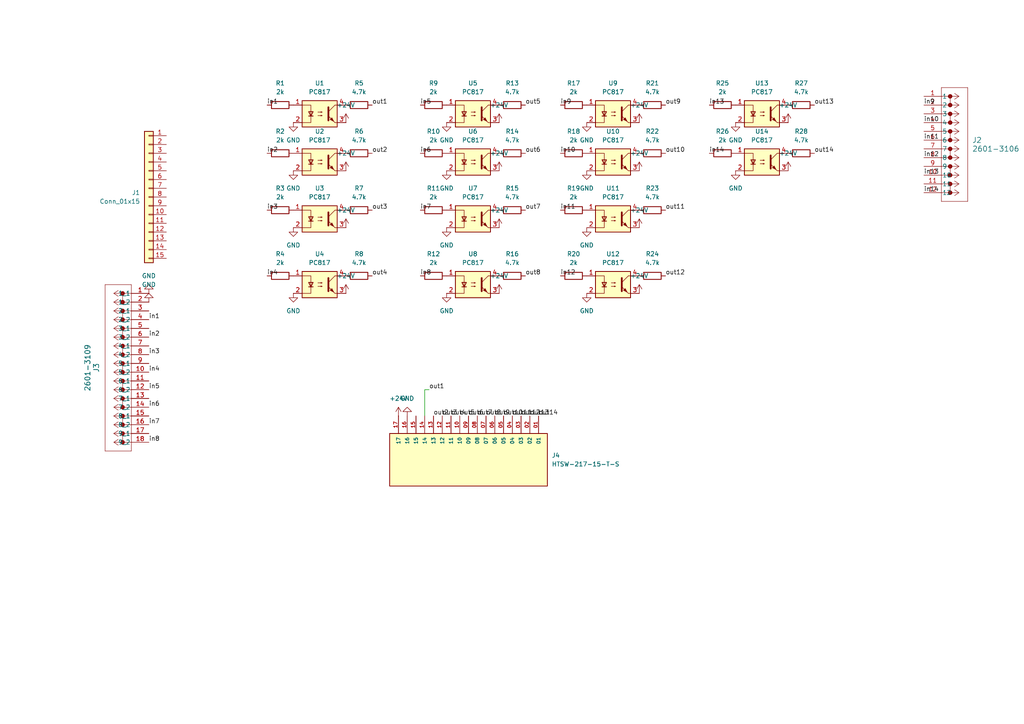
<source format=kicad_sch>
(kicad_sch (version 20231120) (generator "eeschema") (generator_version "8.0")
  (paper "A4")
  (lib_symbols
    (symbol "3106:2601-3106" (pin_names (offset 0.254))
      (property "Reference" "J" (at 8.89 6.35 0))
      (property "Value" "2601-3106" (at 0 0 0))
      (symbol "2601-3106_1_1"
        (pin unspecified line (at 0 0 0) (length 5.08) (name "1") (number "1"))
        (pin unspecified line (at 0 -22.86 0) (length 5.08) (name "10") (number "10"))
        (pin unspecified line (at 0 -25.4 0) (length 5.08) (name "11") (number "11"))
        (pin unspecified line (at 0 -27.94 0) (length 5.08) (name "12") (number "12"))
        (pin unspecified line (at 0 -2.54 0) (length 5.08) (name "2") (number "2"))
        (pin unspecified line (at 0 -5.08 0) (length 5.08) (name "3") (number "3"))
        (pin unspecified line (at 0 -7.62 0) (length 5.08) (name "4") (number "4"))
        (pin unspecified line (at 0 -10.16 0) (length 5.08) (name "5") (number "5"))
        (pin unspecified line (at 0 -12.7 0) (length 5.08) (name "6") (number "6"))
        (pin unspecified line (at 0 -15.24 0) (length 5.08) (name "7") (number "7"))
        (pin unspecified line (at 0 -17.78 0) (length 5.08) (name "8") (number "8"))
        (pin unspecified line (at 0 -20.32 0) (length 5.08) (name "9") (number "9"))
      )
      (symbol "2601-3106_1_2"
        (pin unspecified line (at 0 0 0) (length 5.08) (name "1") (number "1"))
        (pin unspecified line (at 0 -22.86 0) (length 5.08) (name "10") (number "10"))
        (pin unspecified line (at 0 -25.4 0) (length 5.08) (name "11") (number "11"))
        (pin unspecified line (at 0 -27.94 0) (length 5.08) (name "12") (number "12"))
        (pin unspecified line (at 0 -2.54 0) (length 5.08) (name "2") (number "2"))
        (pin unspecified line (at 0 -5.08 0) (length 5.08) (name "3") (number "3"))
        (pin unspecified line (at 0 -7.62 0) (length 5.08) (name "4") (number "4"))
        (pin unspecified line (at 0 -10.16 0) (length 5.08) (name "5") (number "5"))
        (pin unspecified line (at 0 -12.7 0) (length 5.08) (name "6") (number "6"))
        (pin unspecified line (at 0 -15.24 0) (length 5.08) (name "7") (number "7"))
        (pin unspecified line (at 0 -17.78 0) (length 5.08) (name "8") (number "8"))
        (pin unspecified line (at 0 -20.32 0) (length 5.08) (name "9") (number "9"))
      )
    )
    (symbol "3109:2601-3109" (pin_names (offset 0.254))
      (property "Reference" "J" (at 8.89 6.35 0))
      (property "Value" "2601-3109" (at 0 0 0))
      (symbol "2601-3109_1_1"
        (pin unspecified line (at 0 0 0) (length 5.08) (name "1_1") (number "1"))
        (pin unspecified line (at 0 -22.86 0) (length 5.08) (name "5_2") (number "10"))
        (pin unspecified line (at 0 -25.4 0) (length 5.08) (name "6_1") (number "11"))
        (pin unspecified line (at 0 -27.94 0) (length 5.08) (name "6_2") (number "12"))
        (pin unspecified line (at 0 -30.48 0) (length 5.08) (name "7_1") (number "13"))
        (pin unspecified line (at 0 -33.02 0) (length 5.08) (name "7_2") (number "14"))
        (pin unspecified line (at 0 -35.56 0) (length 5.08) (name "8_1") (number "15"))
        (pin unspecified line (at 0 -38.1 0) (length 5.08) (name "8_2") (number "16"))
        (pin unspecified line (at 0 -40.64 0) (length 5.08) (name "9_1") (number "17"))
        (pin unspecified line (at 0 -43.18 0) (length 5.08) (name "9_2") (number "18"))
        (pin unspecified line (at 0 -2.54 0) (length 5.08) (name "1_2") (number "2"))
        (pin unspecified line (at 0 -5.08 0) (length 5.08) (name "2_1") (number "3"))
        (pin unspecified line (at 0 -7.62 0) (length 5.08) (name "2_2") (number "4"))
        (pin unspecified line (at 0 -10.16 0) (length 5.08) (name "3_1") (number "5"))
        (pin unspecified line (at 0 -12.7 0) (length 5.08) (name "3_2") (number "6"))
        (pin unspecified line (at 0 -15.24 0) (length 5.08) (name "4_1") (number "7"))
        (pin unspecified line (at 0 -17.78 0) (length 5.08) (name "4_2") (number "8"))
        (pin unspecified line (at 0 -20.32 0) (length 5.08) (name "5_1") (number "9"))
      )
      (symbol "2601-3109_1_2"
        (pin unspecified line (at 0 0 0) (length 5.08) (name "1_1") (number "1"))
        (pin unspecified line (at 0 -22.86 0) (length 5.08) (name "5_2") (number "10"))
        (pin unspecified line (at 0 -25.4 0) (length 5.08) (name "6_1") (number "11"))
        (pin unspecified line (at 0 -27.94 0) (length 5.08) (name "6_2") (number "12"))
        (pin unspecified line (at 0 -30.48 0) (length 5.08) (name "7_1") (number "13"))
        (pin unspecified line (at 0 -33.02 0) (length 5.08) (name "7_2") (number "14"))
        (pin unspecified line (at 0 -35.56 0) (length 5.08) (name "8_1") (number "15"))
        (pin unspecified line (at 0 -38.1 0) (length 5.08) (name "8_2") (number "16"))
        (pin unspecified line (at 0 -40.64 0) (length 5.08) (name "9_1") (number "17"))
        (pin unspecified line (at 0 -43.18 0) (length 5.08) (name "9_2") (number "18"))
        (pin unspecified line (at 0 -2.54 0) (length 5.08) (name "1_2") (number "2"))
        (pin unspecified line (at 0 -5.08 0) (length 5.08) (name "2_1") (number "3"))
        (pin unspecified line (at 0 -7.62 0) (length 5.08) (name "2_2") (number "4"))
        (pin unspecified line (at 0 -10.16 0) (length 5.08) (name "3_1") (number "5"))
        (pin unspecified line (at 0 -12.7 0) (length 5.08) (name "3_2") (number "6"))
        (pin unspecified line (at 0 -15.24 0) (length 5.08) (name "4_1") (number "7"))
        (pin unspecified line (at 0 -17.78 0) (length 5.08) (name "4_2") (number "8"))
        (pin unspecified line (at 0 -20.32 0) (length 5.08) (name "5_1") (number "9"))
      )
    )
    (symbol "Connector_Generic:Conn_01x15" (pin_names (offset 1.016) hide)
      (property "Reference" "J" (at 0 20.32 0))
      (property "Value" "Conn_01x15" (at 0 -20.32 0))
      (symbol "Conn_01x15_1_1"
        (pin passive line (at -5.08 17.78 0) (length 3.81) (name "Pin_1") (number "1"))
        (pin passive line (at -5.08 -5.08 0) (length 3.81) (name "Pin_10") (number "10"))
        (pin passive line (at -5.08 -7.62 0) (length 3.81) (name "Pin_11") (number "11"))
        (pin passive line (at -5.08 -10.16 0) (length 3.81) (name "Pin_12") (number "12"))
        (pin passive line (at -5.08 -12.7 0) (length 3.81) (name "Pin_13") (number "13"))
        (pin passive line (at -5.08 -15.24 0) (length 3.81) (name "Pin_14") (number "14"))
        (pin passive line (at -5.08 -17.78 0) (length 3.81) (name "Pin_15") (number "15"))
        (pin passive line (at -5.08 15.24 0) (length 3.81) (name "Pin_2") (number "2"))
        (pin passive line (at -5.08 12.7 0) (length 3.81) (name "Pin_3") (number "3"))
        (pin passive line (at -5.08 10.16 0) (length 3.81) (name "Pin_4") (number "4"))
        (pin passive line (at -5.08 7.62 0) (length 3.81) (name "Pin_5") (number "5"))
        (pin passive line (at -5.08 5.08 0) (length 3.81) (name "Pin_6") (number "6"))
        (pin passive line (at -5.08 2.54 0) (length 3.81) (name "Pin_7") (number "7"))
        (pin passive line (at -5.08 0 0) (length 3.81) (name "Pin_8") (number "8"))
        (pin passive line (at -5.08 -2.54 0) (length 3.81) (name "Pin_9") (number "9"))
      )
    )
    (symbol "Device:R" (pin_numbers hide) (pin_names (offset 0))
      (property "Reference" "R" (at 2.032 0 90))
      (property "Value" "R" (at 0 0 90))
      (symbol "R_1_1"
        (pin passive line (at 0 3.81 270) (length 1.27) (name "~") (number "1"))
        (pin passive line (at 0 -3.81 90) (length 1.27) (name "~") (number "2"))
      )
    )
    (symbol "HTSW-217-15-T-S:HTSW-217-15-T-S" (pin_names (offset 1.016))
      (property "Reference" "J" (at -8.12 22.86 0))
      (property "Value" "HTSW-217-15-T-S" (at -7.62 -25.4 0))
      (symbol "HTSW-217-15-T-S_0_0"
        (pin passive line (at -12.7 20.32 0) (length 5.08) (name "01") (number "01"))
        (pin passive line (at -12.7 17.78 0) (length 5.08) (name "02") (number "02"))
        (pin passive line (at -12.7 15.24 0) (length 5.08) (name "03") (number "03"))
        (pin passive line (at -12.7 12.7 0) (length 5.08) (name "04") (number "04"))
        (pin passive line (at -12.7 10.16 0) (length 5.08) (name "05") (number "05"))
        (pin passive line (at -12.7 7.62 0) (length 5.08) (name "06") (number "06"))
        (pin passive line (at -12.7 5.08 0) (length 5.08) (name "07") (number "07"))
        (pin passive line (at -12.7 2.54 0) (length 5.08) (name "08") (number "08"))
        (pin passive line (at -12.7 0 0) (length 5.08) (name "09") (number "09"))
        (pin passive line (at -12.7 -2.54 0) (length 5.08) (name "10") (number "10"))
        (pin passive line (at -12.7 -5.08 0) (length 5.08) (name "11") (number "11"))
        (pin passive line (at -12.7 -7.62 0) (length 5.08) (name "12") (number "12"))
        (pin passive line (at -12.7 -10.16 0) (length 5.08) (name "13") (number "13"))
        (pin passive line (at -12.7 -12.7 0) (length 5.08) (name "14") (number "14"))
        (pin passive line (at -12.7 -15.24 0) (length 5.08) (name "15") (number "15"))
        (pin passive line (at -12.7 -17.78 0) (length 5.08) (name "16") (number "16"))
        (pin passive line (at -12.7 -20.32 0) (length 5.08) (name "17") (number "17"))
      )
    )
    (symbol "Isolator:PC817" (pin_names (offset 1.016))
      (property "Reference" "U" (at -5.08 5.08 0))
      (property "Value" "PC817" (at 0 5.08 0))
      (symbol "PC817_1_1"
        (pin passive line (at -7.62 2.54 0) (length 2.54) (name "~") (number "1"))
        (pin passive line (at -7.62 -2.54 0) (length 2.54) (name "~") (number "2"))
        (pin passive line (at 7.62 -2.54 180) (length 2.54) (name "~") (number "3"))
        (pin passive line (at 7.62 2.54 180) (length 2.54) (name "~") (number "4"))
      )
    )
    (symbol "power:+24V" (power) (pin_numbers hide) (pin_names (offset 0) hide)
      (property "Value" "+24V" (at 0 3.556 0))
      (symbol "+24V_1_1"
        (pin power_in line (at 0 0 90) (length 0) (name "~") (number "1"))
      )
    )
    (symbol "power:GND" (power) (pin_numbers hide) (pin_names (offset 0) hide)
      (property "Value" "GND" (at 0 -3.81 0))
      (symbol "GND_1_1"
        (pin power_in line (at 0 0 270) (length 0) (name "~") (number "1"))
      )
    )
  )
  (wire (pts (xy 124.46 113.03) (xy 123.19 113.03)))
  (wire (pts (xy 123.19 113.03) (xy 123.19 120.65)))
  (label "in6" (at 121.92 44.45 0))
  (label "in4" (at 77.47 80.01 0))
  (label "in2" (at 77.47 44.45 0))
  (label "in5" (at 121.92 30.48 0))
  (label "in5" (at 43.18 113.03 0))
  (label "out13" (at 236.22 30.48 0))
  (label "in7" (at 121.92 60.96 0))
  (label "in9" (at 162.56 30.48 0))
  (label "out7" (at 152.4 60.96 0))
  (label "out12" (at 151.13 120.65 0))
  (label "out14" (at 156.21 120.65 0))
  (label "out13" (at 153.67 120.65 0))
  (label "in6" (at 43.18 118.11 0))
  (label "out1" (at 124.46 113.03 0))
  (label "in4" (at 43.18 107.95 0))
  (label "out2" (at 107.95 44.45 0))
  (label "out12" (at 193.04 80.01 0))
  (label "out6" (at 135.89 120.65 0))
  (label "out1" (at 107.95 30.48 0))
  (label "in13" (at 267.97 50.8 0))
  (label "in14" (at 205.74 44.45 0))
  (label "out6" (at 152.4 44.45 0))
  (label "out11" (at 193.04 60.96 0))
  (label "out3" (at 107.95 60.96 0))
  (label "out14" (at 236.22 44.45 0))
  (label "out4" (at 107.95 80.01 0))
  (label "in11" (at 267.97 40.64 0))
  (label "in3" (at 43.18 102.87 0))
  (label "out9" (at 193.04 30.48 0))
  (label "in1" (at 77.47 30.48 0))
  (label "out10" (at 146.05 120.65 0))
  (label "in10" (at 267.97 35.56 0))
  (label "in12" (at 267.97 45.72 0))
  (label "out7" (at 138.43 120.65 0))
  (label "in8" (at 121.92 80.01 0))
  (label "out10" (at 193.04 44.45 0))
  (label "out9" (at 143.51 120.65 0))
  (label "in2" (at 43.18 97.79 0))
  (label "in14" (at 267.97 55.88 0))
  (label "out2" (at 125.73 120.65 0))
  (label "in13" (at 205.74 30.48 0))
  (label "in3" (at 77.47 60.96 0))
  (label "out4" (at 130.81 120.65 0))
  (label "out11" (at 148.59 120.65 0))
  (label "in9" (at 267.97 30.48 0))
  (label "in12" (at 162.56 80.01 0))
  (label "out3" (at 128.27 120.65 0))
  (label "in11" (at 162.56 60.96 0))
  (label "out5" (at 152.4 30.48 0))
  (label "out8" (at 152.4 80.01 0))
  (label "in7" (at 43.18 123.19 0))
  (label "in1" (at 43.18 92.71 0))
  (label "in10" (at 162.56 44.45 0))
  (label "out8" (at 140.97 120.65 0))
  (label "in8" (at 43.18 128.27 0))
  (label "out5" (at 133.35 120.65 0))
  (symbol (lib_id "Isolator:PC817") (at 177.8 82.55 0) (unit 1)
    (property "Reference" "U12" (at 177.8 73.66 0))
    (property "Value" "PC817" (at 177.8 76.2 0))
    (property "Footprint" "Package_DIP:DIP-4_W7.62mm" (effects (hide yes)))
    (property "Datasheet" "http://www.soselectronic.cz/a_info/resource/d/pc817.pdf" (effects (hide yes)))
    (property "Description" "DC Optocoupler, Vce 35V, CTR 50-300%, DIP-4" (effects (hide yes)))
  )
  (symbol (lib_id "Device:R") (at 104.14 30.48 90) (unit 1)
    (property "Reference" "R5" (at 104.14 24.13 90))
    (property "Value" "4.7k" (at 104.14 26.67 90))
    (property "Footprint" "Resistor_SMD:R_0805_2012Metric" (effects (hide yes)))
    (property "Description" "Resistor" (effects (hide yes)))
  )
  (symbol (lib_id "power:+24V") (at 144.78 35.56 0) (unit 1)
    (property "Reference" "#PWR08" (effects (hide yes)))
    (property "Value" "+24V" (at 144.78 30.48 0))
    (property "Description" "Power symbol creates a global label with name \"+24V\"" (effects (hide yes)))
  )
  (symbol (lib_id "Device:R") (at 104.14 44.45 90) (unit 1)
    (property "Reference" "R6" (at 104.14 38.1 90))
    (property "Value" "4.7k" (at 104.14 40.64 90))
    (property "Footprint" "Resistor_SMD:R_0805_2012Metric" (effects (hide yes)))
    (property "Description" "Resistor" (effects (hide yes)))
  )
  (symbol (lib_id "Device:R") (at 104.14 60.96 90) (unit 1)
    (property "Reference" "R7" (at 104.14 54.61 90))
    (property "Value" "4.7k" (at 104.14 57.15 90))
    (property "Footprint" "Resistor_SMD:R_0805_2012Metric" (effects (hide yes)))
    (property "Description" "Resistor" (effects (hide yes)))
  )
  (symbol (lib_id "Device:R") (at 209.55 44.45 270) (unit 1)
    (property "Reference" "R26" (at 209.55 38.1 90))
    (property "Value" "2k" (at 209.55 40.64 90))
    (property "Footprint" "Resistor_SMD:R_0805_2012Metric" (effects (hide yes)))
    (property "Description" "Resistor" (effects (hide yes)))
  )
  (symbol (lib_id "Device:R") (at 189.23 44.45 90) (unit 1)
    (property "Reference" "R22" (at 189.23 38.1 90))
    (property "Value" "4.7k" (at 189.23 40.64 90))
    (property "Footprint" "Resistor_SMD:R_0805_2012Metric" (effects (hide yes)))
    (property "Description" "Resistor" (effects (hide yes)))
  )
  (symbol (lib_id "Isolator:PC817") (at 92.71 63.5 0) (unit 1)
    (property "Reference" "U3" (at 92.71 54.61 0))
    (property "Value" "PC817" (at 92.71 57.15 0))
    (property "Footprint" "Package_DIP:DIP-4_W7.62mm" (effects (hide yes)))
    (property "Datasheet" "http://www.soselectronic.cz/a_info/resource/d/pc817.pdf" (effects (hide yes)))
    (property "Description" "DC Optocoupler, Vce 35V, CTR 50-300%, DIP-4" (effects (hide yes)))
  )
  (symbol (lib_id "power:+24V") (at 185.42 85.09 0) (unit 1)
    (property "Reference" "#PWR028" (effects (hide yes)))
    (property "Value" "+24V" (at 185.42 80.01 0))
    (property "Description" "Power symbol creates a global label with name \"+24V\"" (effects (hide yes)))
  )
  (symbol (lib_id "3109:2601-3109") (at 43.18 85.09 0) (mirror y) (unit 1)
    (property "Reference" "J3" (at 27.94 106.68 90) (effects (font (size 1.524 1.524))))
    (property "Value" "2601-3109" (at 25.4 106.68 90) (effects (font (size 1.524 1.524))))
    (property "Footprint" "CONN9_2601-3109_WAG" (effects (hide yes)))
    (property "Datasheet" "2601-3109" (effects (hide yes)))
  )
  (symbol (lib_id "Device:R") (at 189.23 60.96 90) (unit 1)
    (property "Reference" "R23" (at 189.23 54.61 90))
    (property "Value" "4.7k" (at 189.23 57.15 90))
    (property "Footprint" "Resistor_SMD:R_0805_2012Metric" (effects (hide yes)))
    (property "Description" "Resistor" (effects (hide yes)))
  )
  (symbol (lib_id "power:+24V") (at 144.78 85.09 0) (unit 1)
    (property "Reference" "#PWR05" (effects (hide yes)))
    (property "Value" "+24V" (at 144.78 80.01 0))
    (property "Description" "Power symbol creates a global label with name \"+24V\"" (effects (hide yes)))
  )
  (symbol (lib_id "Isolator:PC817") (at 177.8 63.5 0) (unit 1)
    (property "Reference" "U11" (at 177.8 54.61 0))
    (property "Value" "PC817" (at 177.8 57.15 0))
    (property "Footprint" "Package_DIP:DIP-4_W7.62mm" (effects (hide yes)))
    (property "Datasheet" "http://www.soselectronic.cz/a_info/resource/d/pc817.pdf" (effects (hide yes)))
    (property "Description" "DC Optocoupler, Vce 35V, CTR 50-300%, DIP-4" (effects (hide yes)))
  )
  (symbol (lib_id "power:GND") (at 129.54 85.09 0) (unit 1)
    (property "Reference" "#PWR013" (effects (hide yes)))
    (property "Value" "GND" (at 129.54 90.17 0))
    (property "Description" "Power symbol creates a global label with name \"GND\" , ground" (effects (hide yes)))
  )
  (symbol (lib_id "Device:R") (at 125.73 30.48 270) (unit 1)
    (property "Reference" "R9" (at 125.73 24.13 90))
    (property "Value" "2k" (at 125.73 26.67 90))
    (property "Footprint" "Resistor_SMD:R_0805_2012Metric" (effects (hide yes)))
    (property "Description" "Resistor" (effects (hide yes)))
  )
  (symbol (lib_id "Device:R") (at 148.59 60.96 90) (unit 1)
    (property "Reference" "R15" (at 148.59 54.61 90))
    (property "Value" "4.7k" (at 148.59 57.15 90))
    (property "Footprint" "Resistor_SMD:R_0805_2012Metric" (effects (hide yes)))
    (property "Description" "Resistor" (effects (hide yes)))
  )
  (symbol (lib_id "Connector_Generic:Conn_01x15") (at 43.18 57.15 0) (mirror y) (unit 1)
    (property "Reference" "J1" (at 40.64 55.8799 0) (effects (justify left)))
    (property "Value" "Conn_01x15" (at 40.64 58.4199 0) (effects (justify left)))
    (property "Footprint" "Connector_PinHeader_2.54mm:PinHeader_1x15_P2.54mm_Vertical" (effects (hide yes)))
    (property "Description" "Generic connector, single row, 01x15, script generated (kicad-library-utils/schlib/autogen/connector/)" (effects (hide yes)))
  )
  (symbol (lib_id "power:+24V") (at 185.42 35.56 0) (unit 1)
    (property "Reference" "#PWR025" (effects (hide yes)))
    (property "Value" "+24V" (at 185.42 30.48 0))
    (property "Description" "Power symbol creates a global label with name \"+24V\"" (effects (hide yes)))
  )
  (symbol (lib_id "Device:R") (at 189.23 30.48 90) (unit 1)
    (property "Reference" "R21" (at 189.23 24.13 90))
    (property "Value" "4.7k" (at 189.23 26.67 90))
    (property "Footprint" "Resistor_SMD:R_0805_2012Metric" (effects (hide yes)))
    (property "Description" "Resistor" (effects (hide yes)))
  )
  (symbol (lib_id "power:GND") (at 43.18 87.63 180) (unit 1)
    (property "Reference" "#PWR031" (effects (hide yes)))
    (property "Value" "GND" (at 43.18 82.55 0))
    (property "Description" "Power symbol creates a global label with name \"GND\" , ground" (effects (hide yes)))
  )
  (symbol (lib_id "power:GND") (at 170.18 35.56 0) (unit 1)
    (property "Reference" "#PWR021" (effects (hide yes)))
    (property "Value" "GND" (at 170.18 40.64 0))
    (property "Description" "Power symbol creates a global label with name \"GND\" , ground" (effects (hide yes)))
  )
  (symbol (lib_id "Device:R") (at 125.73 60.96 270) (unit 1)
    (property "Reference" "R11" (at 125.73 54.61 90))
    (property "Value" "2k" (at 125.73 57.15 90))
    (property "Footprint" "Resistor_SMD:R_0805_2012Metric" (effects (hide yes)))
    (property "Description" "Resistor" (effects (hide yes)))
  )
  (symbol (lib_id "Device:R") (at 189.23 80.01 90) (unit 1)
    (property "Reference" "R24" (at 189.23 73.66 90))
    (property "Value" "4.7k" (at 189.23 76.2 90))
    (property "Footprint" "Resistor_SMD:R_0805_2012Metric" (effects (hide yes)))
    (property "Description" "Resistor" (effects (hide yes)))
  )
  (symbol (lib_id "Isolator:PC817") (at 92.71 82.55 0) (unit 1)
    (property "Reference" "U4" (at 92.71 73.66 0))
    (property "Value" "PC817" (at 92.71 76.2 0))
    (property "Footprint" "Package_DIP:DIP-4_W7.62mm" (effects (hide yes)))
    (property "Datasheet" "http://www.soselectronic.cz/a_info/resource/d/pc817.pdf" (effects (hide yes)))
    (property "Description" "DC Optocoupler, Vce 35V, CTR 50-300%, DIP-4" (effects (hide yes)))
  )
  (symbol (lib_id "power:GND") (at 129.54 66.04 0) (unit 1)
    (property "Reference" "#PWR014" (effects (hide yes)))
    (property "Value" "GND" (at 129.54 71.12 0))
    (property "Description" "Power symbol creates a global label with name \"GND\" , ground" (effects (hide yes)))
  )
  (symbol (lib_id "power:+24V") (at 100.33 49.53 0) (unit 1)
    (property "Reference" "#PWR02" (effects (hide yes)))
    (property "Value" "+24V" (at 100.33 44.45 0))
    (property "Description" "Power symbol creates a global label with name \"+24V\"" (effects (hide yes)))
  )
  (symbol (lib_id "Isolator:PC817") (at 92.71 46.99 0) (unit 1)
    (property "Reference" "U2" (at 92.71 38.1 0))
    (property "Value" "PC817" (at 92.71 40.64 0))
    (property "Footprint" "Package_DIP:DIP-4_W7.62mm" (effects (hide yes)))
    (property "Datasheet" "http://www.soselectronic.cz/a_info/resource/d/pc817.pdf" (effects (hide yes)))
    (property "Description" "DC Optocoupler, Vce 35V, CTR 50-300%, DIP-4" (effects (hide yes)))
  )
  (symbol (lib_id "power:GND") (at 170.18 66.04 0) (unit 1)
    (property "Reference" "#PWR023" (effects (hide yes)))
    (property "Value" "GND" (at 170.18 71.12 0))
    (property "Description" "Power symbol creates a global label with name \"GND\" , ground" (effects (hide yes)))
  )
  (symbol (lib_id "power:GND") (at 213.36 49.53 0) (unit 1)
    (property "Reference" "#PWR030" (effects (hide yes)))
    (property "Value" "GND" (at 213.36 54.61 0))
    (property "Description" "Power symbol creates a global label with name \"GND\" , ground" (effects (hide yes)))
  )
  (symbol (lib_id "Isolator:PC817") (at 177.8 33.02 0) (unit 1)
    (property "Reference" "U9" (at 177.8 24.13 0))
    (property "Value" "PC817" (at 177.8 26.67 0))
    (property "Footprint" "Package_DIP:DIP-4_W7.62mm" (effects (hide yes)))
    (property "Datasheet" "http://www.soselectronic.cz/a_info/resource/d/pc817.pdf" (effects (hide yes)))
    (property "Description" "DC Optocoupler, Vce 35V, CTR 50-300%, DIP-4" (effects (hide yes)))
  )
  (symbol (lib_id "power:GND") (at 85.09 49.53 0) (unit 1)
    (property "Reference" "#PWR010" (effects (hide yes)))
    (property "Value" "GND" (at 85.09 54.61 0))
    (property "Description" "Power symbol creates a global label with name \"GND\" , ground" (effects (hide yes)))
  )
  (symbol (lib_id "Device:R") (at 166.37 80.01 270) (unit 1)
    (property "Reference" "R20" (at 166.37 73.66 90))
    (property "Value" "2k" (at 166.37 76.2 90))
    (property "Footprint" "Resistor_SMD:R_0805_2012Metric" (effects (hide yes)))
    (property "Description" "Resistor" (effects (hide yes)))
  )
  (symbol (lib_id "power:GND") (at 85.09 66.04 0) (unit 1)
    (property "Reference" "#PWR011" (effects (hide yes)))
    (property "Value" "GND" (at 85.09 71.12 0))
    (property "Description" "Power symbol creates a global label with name \"GND\" , ground" (effects (hide yes)))
  )
  (symbol (lib_id "power:+24V") (at 228.6 49.53 0) (unit 1)
    (property "Reference" "#PWR034" (effects (hide yes)))
    (property "Value" "+24V" (at 228.6 44.45 0))
    (property "Description" "Power symbol creates a global label with name \"+24V\"" (effects (hide yes)))
  )
  (symbol (lib_id "power:+24V") (at 115.57 120.65 0) (unit 1)
    (property "Reference" "#PWR017" (effects (hide yes)))
    (property "Value" "+24V" (at 115.57 115.57 0))
    (property "Description" "Power symbol creates a global label with name \"+24V\"" (effects (hide yes)))
  )
  (symbol (lib_id "power:+24V") (at 144.78 66.04 0) (unit 1)
    (property "Reference" "#PWR06" (effects (hide yes)))
    (property "Value" "+24V" (at 144.78 60.96 0))
    (property "Description" "Power symbol creates a global label with name \"+24V\"" (effects (hide yes)))
  )
  (symbol (lib_id "Device:R") (at 232.41 44.45 90) (unit 1)
    (property "Reference" "R28" (at 232.41 38.1 90))
    (property "Value" "4.7k" (at 232.41 40.64 90))
    (property "Footprint" "Resistor_SMD:R_0805_2012Metric" (effects (hide yes)))
    (property "Description" "Resistor" (effects (hide yes)))
  )
  (symbol (lib_id "Device:R") (at 81.28 44.45 270) (unit 1)
    (property "Reference" "R2" (at 81.28 38.1 90))
    (property "Value" "2k" (at 81.28 40.64 90))
    (property "Footprint" "Resistor_SMD:R_0805_2012Metric" (effects (hide yes)))
    (property "Description" "Resistor" (effects (hide yes)))
  )
  (symbol (lib_id "Device:R") (at 166.37 30.48 270) (unit 1)
    (property "Reference" "R17" (at 166.37 24.13 90))
    (property "Value" "2k" (at 166.37 26.67 90))
    (property "Footprint" "Resistor_SMD:R_0805_2012Metric" (effects (hide yes)))
    (property "Description" "Resistor" (effects (hide yes)))
  )
  (symbol (lib_id "Device:R") (at 166.37 60.96 270) (unit 1)
    (property "Reference" "R19" (at 166.37 54.61 90))
    (property "Value" "2k" (at 166.37 57.15 90))
    (property "Footprint" "Resistor_SMD:R_0805_2012Metric" (effects (hide yes)))
    (property "Description" "Resistor" (effects (hide yes)))
  )
  (symbol (lib_id "power:GND") (at 85.09 85.09 0) (unit 1)
    (property "Reference" "#PWR012" (effects (hide yes)))
    (property "Value" "GND" (at 85.09 90.17 0))
    (property "Description" "Power symbol creates a global label with name \"GND\" , ground" (effects (hide yes)))
  )
  (symbol (lib_id "Device:R") (at 232.41 30.48 90) (unit 1)
    (property "Reference" "R27" (at 232.41 24.13 90))
    (property "Value" "4.7k" (at 232.41 26.67 90))
    (property "Footprint" "Resistor_SMD:R_0805_2012Metric" (effects (hide yes)))
    (property "Description" "Resistor" (effects (hide yes)))
  )
  (symbol (lib_id "Device:R") (at 125.73 80.01 270) (unit 1)
    (property "Reference" "R12" (at 125.73 73.66 90))
    (property "Value" "2k" (at 125.73 76.2 90))
    (property "Footprint" "Resistor_SMD:R_0805_2012Metric" (effects (hide yes)))
    (property "Description" "Resistor" (effects (hide yes)))
  )
  (symbol (lib_id "power:+24V") (at 144.78 49.53 0) (unit 1)
    (property "Reference" "#PWR07" (effects (hide yes)))
    (property "Value" "+24V" (at 144.78 44.45 0))
    (property "Description" "Power symbol creates a global label with name \"+24V\"" (effects (hide yes)))
  )
  (symbol (lib_id "Isolator:PC817") (at 137.16 46.99 0) (unit 1)
    (property "Reference" "U6" (at 137.16 38.1 0))
    (property "Value" "PC817" (at 137.16 40.64 0))
    (property "Footprint" "Package_DIP:DIP-4_W7.62mm" (effects (hide yes)))
    (property "Datasheet" "http://www.soselectronic.cz/a_info/resource/d/pc817.pdf" (effects (hide yes)))
    (property "Description" "DC Optocoupler, Vce 35V, CTR 50-300%, DIP-4" (effects (hide yes)))
  )
  (symbol (lib_id "Device:R") (at 148.59 80.01 90) (unit 1)
    (property "Reference" "R16" (at 148.59 73.66 90))
    (property "Value" "4.7k" (at 148.59 76.2 90))
    (property "Footprint" "Resistor_SMD:R_0805_2012Metric" (effects (hide yes)))
    (property "Description" "Resistor" (effects (hide yes)))
  )
  (symbol (lib_id "power:GND") (at 118.11 120.65 180) (unit 1)
    (property "Reference" "#PWR018" (effects (hide yes)))
    (property "Value" "GND" (at 118.11 115.57 0))
    (property "Description" "Power symbol creates a global label with name \"GND\" , ground" (effects (hide yes)))
  )
  (symbol (lib_id "power:GND") (at 129.54 49.53 0) (unit 1)
    (property "Reference" "#PWR015" (effects (hide yes)))
    (property "Value" "GND" (at 129.54 54.61 0))
    (property "Description" "Power symbol creates a global label with name \"GND\" , ground" (effects (hide yes)))
  )
  (symbol (lib_id "power:+24V") (at 100.33 35.56 0) (unit 1)
    (property "Reference" "#PWR01" (effects (hide yes)))
    (property "Value" "+24V" (at 100.33 30.48 0))
    (property "Description" "Power symbol creates a global label with name \"+24V\"" (effects (hide yes)))
  )
  (symbol (lib_id "Isolator:PC817") (at 137.16 82.55 0) (unit 1)
    (property "Reference" "U8" (at 137.16 73.66 0))
    (property "Value" "PC817" (at 137.16 76.2 0))
    (property "Footprint" "Package_DIP:DIP-4_W7.62mm" (effects (hide yes)))
    (property "Datasheet" "http://www.soselectronic.cz/a_info/resource/d/pc817.pdf" (effects (hide yes)))
    (property "Description" "DC Optocoupler, Vce 35V, CTR 50-300%, DIP-4" (effects (hide yes)))
  )
  (symbol (lib_id "Isolator:PC817") (at 220.98 33.02 0) (unit 1)
    (property "Reference" "U13" (at 220.98 24.13 0))
    (property "Value" "PC817" (at 220.98 26.67 0))
    (property "Footprint" "Package_DIP:DIP-4_W7.62mm" (effects (hide yes)))
    (property "Datasheet" "http://www.soselectronic.cz/a_info/resource/d/pc817.pdf" (effects (hide yes)))
    (property "Description" "DC Optocoupler, Vce 35V, CTR 50-300%, DIP-4" (effects (hide yes)))
  )
  (symbol (lib_id "Isolator:PC817") (at 137.16 33.02 0) (unit 1)
    (property "Reference" "U5" (at 137.16 24.13 0))
    (property "Value" "PC817" (at 137.16 26.67 0))
    (property "Footprint" "Package_DIP:DIP-4_W7.62mm" (effects (hide yes)))
    (property "Datasheet" "http://www.soselectronic.cz/a_info/resource/d/pc817.pdf" (effects (hide yes)))
    (property "Description" "DC Optocoupler, Vce 35V, CTR 50-300%, DIP-4" (effects (hide yes)))
  )
  (symbol (lib_id "Device:R") (at 81.28 60.96 270) (unit 1)
    (property "Reference" "R3" (at 81.28 54.61 90))
    (property "Value" "2k" (at 81.28 57.15 90))
    (property "Footprint" "Resistor_SMD:R_0805_2012Metric" (effects (hide yes)))
    (property "Description" "Resistor" (effects (hide yes)))
  )
  (symbol (lib_id "Isolator:PC817") (at 92.71 33.02 0) (unit 1)
    (property "Reference" "U1" (at 92.71 24.13 0))
    (property "Value" "PC817" (at 92.71 26.67 0))
    (property "Footprint" "Package_DIP:DIP-4_W7.62mm" (effects (hide yes)))
    (property "Datasheet" "http://www.soselectronic.cz/a_info/resource/d/pc817.pdf" (effects (hide yes)))
    (property "Description" "DC Optocoupler, Vce 35V, CTR 50-300%, DIP-4" (effects (hide yes)))
  )
  (symbol (lib_id "HTSW-217-15-T-S:HTSW-217-15-T-S") (at 135.89 133.35 270) (unit 1)
    (property "Reference" "J4" (at 160.02 132.0799 90) (effects (justify left)))
    (property "Value" "HTSW-217-15-T-S" (at 160.02 134.6199 90) (effects (justify left)))
    (property "Footprint" "17pin:SAMTEC_HTSW-217-15-T-S" (effects (hide yes)))
    (property "MF" "Samtec" (effects (hide yes)))
    (property "Description_1" "\n                        \n                            CONN HEADER VERT 17POS 5.08MM\n                        \n" (effects (hide yes)))
    (property "Package" "None" (effects (hide yes)))
    (property "Price" "None" (effects (hide yes)))
    (property "Check_prices" "https://www.snapeda.com/parts/HTSW-217-15-T-S/Samtec/view-part/?ref=eda" (effects (hide yes)))
    (property "STANDARD" "Manufacturer Recommendations" (effects (hide yes)))
    (property "PARTREV" "R" (effects (hide yes)))
    (property "SnapEDA_Link" "https://www.snapeda.com/parts/HTSW-217-15-T-S/Samtec/view-part/?ref=snap" (effects (hide yes)))
    (property "MP" "HTSW-217-15-T-S" (effects (hide yes)))
    (property "Availability" "In Stock" (effects (hide yes)))
    (property "MANUFACTURER" "Samtec" (effects (hide yes)))
  )
  (symbol (lib_id "3106:2601-3106") (at 267.97 27.94 0) (unit 1)
    (property "Reference" "J2" (at 281.94 40.6399 0) (effects (font (size 1.524 1.524)) (justify left)))
    (property "Value" "2601-3106" (at 281.94 43.1799 0) (effects (font (size 1.524 1.524)) (justify left)))
    (property "Footprint" "CONN_2601-3106_WAG" (effects (hide yes)))
    (property "Datasheet" "2601-3106" (effects (hide yes)))
  )
  (symbol (lib_id "power:+24V") (at 185.42 66.04 0) (unit 1)
    (property "Reference" "#PWR027" (effects (hide yes)))
    (property "Value" "+24V" (at 185.42 60.96 0))
    (property "Description" "Power symbol creates a global label with name \"+24V\"" (effects (hide yes)))
  )
  (symbol (lib_id "Device:R") (at 166.37 44.45 270) (unit 1)
    (property "Reference" "R18" (at 166.37 38.1 90))
    (property "Value" "2k" (at 166.37 40.64 90))
    (property "Footprint" "Resistor_SMD:R_0805_2012Metric" (effects (hide yes)))
    (property "Description" "Resistor" (effects (hide yes)))
  )
  (symbol (lib_id "power:GND") (at 170.18 49.53 0) (unit 1)
    (property "Reference" "#PWR022" (effects (hide yes)))
    (property "Value" "GND" (at 170.18 54.61 0))
    (property "Description" "Power symbol creates a global label with name \"GND\" , ground" (effects (hide yes)))
  )
  (symbol (lib_id "power:+24V") (at 100.33 66.04 0) (unit 1)
    (property "Reference" "#PWR03" (effects (hide yes)))
    (property "Value" "+24V" (at 100.33 60.96 0))
    (property "Description" "Power symbol creates a global label with name \"+24V\"" (effects (hide yes)))
  )
  (symbol (lib_id "power:GND") (at 129.54 35.56 0) (unit 1)
    (property "Reference" "#PWR016" (effects (hide yes)))
    (property "Value" "GND" (at 129.54 40.64 0))
    (property "Description" "Power symbol creates a global label with name \"GND\" , ground" (effects (hide yes)))
  )
  (symbol (lib_id "power:GND") (at 213.36 35.56 0) (unit 1)
    (property "Reference" "#PWR029" (effects (hide yes)))
    (property "Value" "GND" (at 213.36 40.64 0))
    (property "Description" "Power symbol creates a global label with name \"GND\" , ground" (effects (hide yes)))
  )
  (symbol (lib_id "power:GND") (at 43.18 85.09 180) (unit 1)
    (property "Reference" "#PWR020" (effects (hide yes)))
    (property "Value" "GND" (at 43.18 80.01 0))
    (property "Description" "Power symbol creates a global label with name \"GND\" , ground" (effects (hide yes)))
  )
  (symbol (lib_id "Isolator:PC817") (at 137.16 63.5 0) (unit 1)
    (property "Reference" "U7" (at 137.16 54.61 0))
    (property "Value" "PC817" (at 137.16 57.15 0))
    (property "Footprint" "Package_DIP:DIP-4_W7.62mm" (effects (hide yes)))
    (property "Datasheet" "http://www.soselectronic.cz/a_info/resource/d/pc817.pdf" (effects (hide yes)))
    (property "Description" "DC Optocoupler, Vce 35V, CTR 50-300%, DIP-4" (effects (hide yes)))
  )
  (symbol (lib_id "power:+24V") (at 100.33 85.09 0) (unit 1)
    (property "Reference" "#PWR04" (effects (hide yes)))
    (property "Value" "+24V" (at 100.33 80.01 0))
    (property "Description" "Power symbol creates a global label with name \"+24V\"" (effects (hide yes)))
  )
  (symbol (lib_id "Device:R") (at 148.59 30.48 90) (unit 1)
    (property "Reference" "R13" (at 148.59 24.13 90))
    (property "Value" "4.7k" (at 148.59 26.67 90))
    (property "Footprint" "Resistor_SMD:R_0805_2012Metric" (effects (hide yes)))
    (property "Description" "Resistor" (effects (hide yes)))
  )
  (symbol (lib_id "power:+24V") (at 228.6 35.56 0) (unit 1)
    (property "Reference" "#PWR033" (effects (hide yes)))
    (property "Value" "+24V" (at 228.6 30.48 0))
    (property "Description" "Power symbol creates a global label with name \"+24V\"" (effects (hide yes)))
  )
  (symbol (lib_id "power:GND") (at 85.09 35.56 0) (unit 1)
    (property "Reference" "#PWR09" (effects (hide yes)))
    (property "Value" "GND" (at 85.09 40.64 0))
    (property "Description" "Power symbol creates a global label with name \"GND\" , ground" (effects (hide yes)))
  )
  (symbol (lib_id "Device:R") (at 125.73 44.45 270) (unit 1)
    (property "Reference" "R10" (at 125.73 38.1 90))
    (property "Value" "2k" (at 125.73 40.64 90))
    (property "Footprint" "Resistor_SMD:R_0805_2012Metric" (effects (hide yes)))
    (property "Description" "Resistor" (effects (hide yes)))
  )
  (symbol (lib_id "Device:R") (at 209.55 30.48 270) (unit 1)
    (property "Reference" "R25" (at 209.55 24.13 90))
    (property "Value" "2k" (at 209.55 26.67 90))
    (property "Footprint" "Resistor_SMD:R_0805_2012Metric" (effects (hide yes)))
    (property "Description" "Resistor" (effects (hide yes)))
  )
  (symbol (lib_id "Isolator:PC817") (at 220.98 46.99 0) (unit 1)
    (property "Reference" "U14" (at 220.98 38.1 0))
    (property "Value" "PC817" (at 220.98 40.64 0))
    (property "Footprint" "Package_DIP:DIP-4_W7.62mm" (effects (hide yes)))
    (property "Datasheet" "http://www.soselectronic.cz/a_info/resource/d/pc817.pdf" (effects (hide yes)))
    (property "Description" "DC Optocoupler, Vce 35V, CTR 50-300%, DIP-4" (effects (hide yes)))
  )
  (symbol (lib_id "Isolator:PC817") (at 177.8 46.99 0) (unit 1)
    (property "Reference" "U10" (at 177.8 38.1 0))
    (property "Value" "PC817" (at 177.8 40.64 0))
    (property "Footprint" "Package_DIP:DIP-4_W7.62mm" (effects (hide yes)))
    (property "Datasheet" "http://www.soselectronic.cz/a_info/resource/d/pc817.pdf" (effects (hide yes)))
    (property "Description" "DC Optocoupler, Vce 35V, CTR 50-300%, DIP-4" (effects (hide yes)))
  )
  (symbol (lib_id "Device:R") (at 81.28 30.48 270) (unit 1)
    (property "Reference" "R1" (at 81.28 24.13 90))
    (property "Value" "2k" (at 81.28 26.67 90))
    (property "Footprint" "Resistor_SMD:R_0805_2012Metric" (effects (hide yes)))
    (property "Description" "Resistor" (effects (hide yes)))
  )
  (symbol (lib_id "Device:R") (at 81.28 80.01 270) (unit 1)
    (property "Reference" "R4" (at 81.28 73.66 90))
    (property "Value" "2k" (at 81.28 76.2 90))
    (property "Footprint" "Resistor_SMD:R_0805_2012Metric" (effects (hide yes)))
    (property "Description" "Resistor" (effects (hide yes)))
  )
  (symbol (lib_id "Device:R") (at 148.59 44.45 90) (unit 1)
    (property "Reference" "R14" (at 148.59 38.1 90))
    (property "Value" "4.7k" (at 148.59 40.64 90))
    (property "Footprint" "Resistor_SMD:R_0805_2012Metric" (effects (hide yes)))
    (property "Description" "Resistor" (effects (hide yes)))
  )
  (symbol (lib_id "Device:R") (at 104.14 80.01 90) (unit 1)
    (property "Reference" "R8" (at 104.14 73.66 90))
    (property "Value" "4.7k" (at 104.14 76.2 90))
    (property "Footprint" "Resistor_SMD:R_0805_2012Metric" (effects (hide yes)))
    (property "Description" "Resistor" (effects (hide yes)))
  )
  (symbol (lib_id "power:GND") (at 170.18 85.09 0) (unit 1)
    (property "Reference" "#PWR024" (effects (hide yes)))
    (property "Value" "GND" (at 170.18 90.17 0))
    (property "Description" "Power symbol creates a global label with name \"GND\" , ground" (effects (hide yes)))
  )
  (symbol (lib_id "power:+24V") (at 185.42 49.53 0) (unit 1)
    (property "Reference" "#PWR026" (effects (hide yes)))
    (property "Value" "+24V" (at 185.42 44.45 0))
    (property "Description" "Power symbol creates a global label with name \"+24V\"" (effects (hide yes)))
  )
)
</source>
